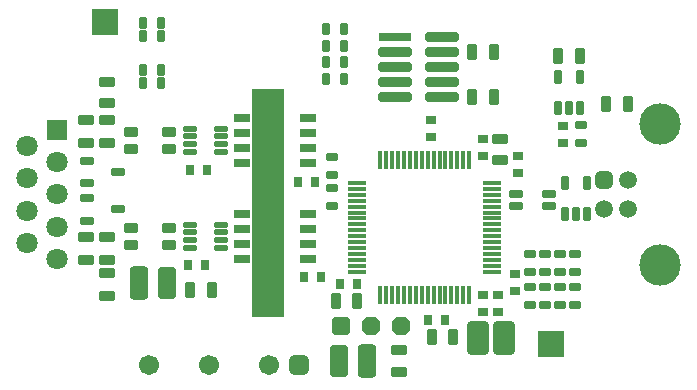
<source format=gts>
G04*
G04 #@! TF.GenerationSoftware,Altium Limited,Altium Designer,21.2.1 (34)*
G04*
G04 Layer_Color=8388736*
%FSLAX25Y25*%
%MOIN*%
G70*
G04*
G04 #@! TF.SameCoordinates,2566B91B-B0F8-45D7-AC81-F34421F4F9DA*
G04*
G04*
G04 #@! TF.FilePolarity,Negative*
G04*
G01*
G75*
%ADD32R,0.10500X0.76000*%
%ADD33R,0.08661X0.08661*%
%ADD34C,0.04337*%
G04:AMPARAMS|DCode=35|XSize=37.47mil|YSize=27.62mil|CornerRadius=4.36mil|HoleSize=0mil|Usage=FLASHONLY|Rotation=90.000|XOffset=0mil|YOffset=0mil|HoleType=Round|Shape=RoundedRectangle|*
%AMROUNDEDRECTD35*
21,1,0.03747,0.01890,0,0,90.0*
21,1,0.02874,0.02762,0,0,90.0*
1,1,0.00872,0.00945,0.01437*
1,1,0.00872,0.00945,-0.01437*
1,1,0.00872,-0.00945,-0.01437*
1,1,0.00872,-0.00945,0.01437*
%
%ADD35ROUNDEDRECTD35*%
G04:AMPARAMS|DCode=36|XSize=35.5mil|YSize=29.59mil|CornerRadius=8.4mil|HoleSize=0mil|Usage=FLASHONLY|Rotation=180.000|XOffset=0mil|YOffset=0mil|HoleType=Round|Shape=RoundedRectangle|*
%AMROUNDEDRECTD36*
21,1,0.03550,0.01280,0,0,180.0*
21,1,0.01870,0.02959,0,0,180.0*
1,1,0.01680,-0.00935,0.00640*
1,1,0.01680,0.00935,0.00640*
1,1,0.01680,0.00935,-0.00640*
1,1,0.01680,-0.00935,-0.00640*
%
%ADD36ROUNDEDRECTD36*%
G04:AMPARAMS|DCode=37|XSize=37.47mil|YSize=27.62mil|CornerRadius=4.36mil|HoleSize=0mil|Usage=FLASHONLY|Rotation=0.000|XOffset=0mil|YOffset=0mil|HoleType=Round|Shape=RoundedRectangle|*
%AMROUNDEDRECTD37*
21,1,0.03747,0.01890,0,0,0.0*
21,1,0.02874,0.02762,0,0,0.0*
1,1,0.00872,0.01437,-0.00945*
1,1,0.00872,-0.01437,-0.00945*
1,1,0.00872,-0.01437,0.00945*
1,1,0.00872,0.01437,0.00945*
%
%ADD37ROUNDEDRECTD37*%
G04:AMPARAMS|DCode=38|XSize=35.5mil|YSize=29.59mil|CornerRadius=8.4mil|HoleSize=0mil|Usage=FLASHONLY|Rotation=90.000|XOffset=0mil|YOffset=0mil|HoleType=Round|Shape=RoundedRectangle|*
%AMROUNDEDRECTD38*
21,1,0.03550,0.01280,0,0,90.0*
21,1,0.01870,0.02959,0,0,90.0*
1,1,0.01680,0.00640,0.00935*
1,1,0.01680,0.00640,-0.00935*
1,1,0.01680,-0.00640,-0.00935*
1,1,0.01680,-0.00640,0.00935*
%
%ADD38ROUNDEDRECTD38*%
G04:AMPARAMS|DCode=39|XSize=53.21mil|YSize=31.56mil|CornerRadius=4.76mil|HoleSize=0mil|Usage=FLASHONLY|Rotation=270.000|XOffset=0mil|YOffset=0mil|HoleType=Round|Shape=RoundedRectangle|*
%AMROUNDEDRECTD39*
21,1,0.05321,0.02205,0,0,270.0*
21,1,0.04370,0.03156,0,0,270.0*
1,1,0.00951,-0.01102,-0.02185*
1,1,0.00951,-0.01102,0.02185*
1,1,0.00951,0.01102,0.02185*
1,1,0.00951,0.01102,-0.02185*
%
%ADD39ROUNDEDRECTD39*%
G04:AMPARAMS|DCode=40|XSize=15.81mil|YSize=63.06mil|CornerRadius=4.95mil|HoleSize=0mil|Usage=FLASHONLY|Rotation=0.000|XOffset=0mil|YOffset=0mil|HoleType=Round|Shape=RoundedRectangle|*
%AMROUNDEDRECTD40*
21,1,0.01581,0.05315,0,0,0.0*
21,1,0.00591,0.06306,0,0,0.0*
1,1,0.00991,0.00295,-0.02657*
1,1,0.00991,-0.00295,-0.02657*
1,1,0.00991,-0.00295,0.02657*
1,1,0.00991,0.00295,0.02657*
%
%ADD40ROUNDEDRECTD40*%
G04:AMPARAMS|DCode=41|XSize=110.3mil|YSize=70.93mil|CornerRadius=8.69mil|HoleSize=0mil|Usage=FLASHONLY|Rotation=270.000|XOffset=0mil|YOffset=0mil|HoleType=Round|Shape=RoundedRectangle|*
%AMROUNDEDRECTD41*
21,1,0.11030,0.05354,0,0,270.0*
21,1,0.09291,0.07093,0,0,270.0*
1,1,0.01739,-0.02677,-0.04646*
1,1,0.01739,-0.02677,0.04646*
1,1,0.01739,0.02677,0.04646*
1,1,0.01739,0.02677,-0.04646*
%
%ADD41ROUNDEDRECTD41*%
G04:AMPARAMS|DCode=42|XSize=47.31mil|YSize=35.5mil|CornerRadius=6.72mil|HoleSize=0mil|Usage=FLASHONLY|Rotation=0.000|XOffset=0mil|YOffset=0mil|HoleType=Round|Shape=RoundedRectangle|*
%AMROUNDEDRECTD42*
21,1,0.04731,0.02205,0,0,0.0*
21,1,0.03386,0.03550,0,0,0.0*
1,1,0.01345,0.01693,-0.01102*
1,1,0.01345,-0.01693,-0.01102*
1,1,0.01345,-0.01693,0.01102*
1,1,0.01345,0.01693,0.01102*
%
%ADD42ROUNDEDRECTD42*%
G04:AMPARAMS|DCode=43|XSize=27.62mil|YSize=47.31mil|CornerRadius=4.36mil|HoleSize=0mil|Usage=FLASHONLY|Rotation=180.000|XOffset=0mil|YOffset=0mil|HoleType=Round|Shape=RoundedRectangle|*
%AMROUNDEDRECTD43*
21,1,0.02762,0.03858,0,0,180.0*
21,1,0.01890,0.04731,0,0,180.0*
1,1,0.00872,-0.00945,0.01929*
1,1,0.00872,0.00945,0.01929*
1,1,0.00872,0.00945,-0.01929*
1,1,0.00872,-0.00945,-0.01929*
%
%ADD43ROUNDEDRECTD43*%
G04:AMPARAMS|DCode=44|XSize=47.31mil|YSize=27.62mil|CornerRadius=5.54mil|HoleSize=0mil|Usage=FLASHONLY|Rotation=180.000|XOffset=0mil|YOffset=0mil|HoleType=Round|Shape=RoundedRectangle|*
%AMROUNDEDRECTD44*
21,1,0.04731,0.01654,0,0,180.0*
21,1,0.03622,0.02762,0,0,180.0*
1,1,0.01109,-0.01811,0.00827*
1,1,0.01109,0.01811,0.00827*
1,1,0.01109,0.01811,-0.00827*
1,1,0.01109,-0.01811,-0.00827*
%
%ADD44ROUNDEDRECTD44*%
G04:AMPARAMS|DCode=45|XSize=53.21mil|YSize=31.56mil|CornerRadius=4.76mil|HoleSize=0mil|Usage=FLASHONLY|Rotation=180.000|XOffset=0mil|YOffset=0mil|HoleType=Round|Shape=RoundedRectangle|*
%AMROUNDEDRECTD45*
21,1,0.05321,0.02205,0,0,180.0*
21,1,0.04370,0.03156,0,0,180.0*
1,1,0.00951,-0.02185,0.01102*
1,1,0.00951,0.02185,0.01102*
1,1,0.00951,0.02185,-0.01102*
1,1,0.00951,-0.02185,-0.01102*
%
%ADD45ROUNDEDRECTD45*%
G04:AMPARAMS|DCode=46|XSize=21.32mil|YSize=43.37mil|CornerRadius=4.6mil|HoleSize=0mil|Usage=FLASHONLY|Rotation=270.000|XOffset=0mil|YOffset=0mil|HoleType=Round|Shape=RoundedRectangle|*
%AMROUNDEDRECTD46*
21,1,0.02132,0.03417,0,0,270.0*
21,1,0.01213,0.04337,0,0,270.0*
1,1,0.00920,-0.01709,-0.00606*
1,1,0.00920,-0.01709,0.00606*
1,1,0.00920,0.01709,0.00606*
1,1,0.00920,0.01709,-0.00606*
%
%ADD46ROUNDEDRECTD46*%
G04:AMPARAMS|DCode=47|XSize=27.62mil|YSize=55.18mil|CornerRadius=4.36mil|HoleSize=0mil|Usage=FLASHONLY|Rotation=270.000|XOffset=0mil|YOffset=0mil|HoleType=Round|Shape=RoundedRectangle|*
%AMROUNDEDRECTD47*
21,1,0.02762,0.04646,0,0,270.0*
21,1,0.01890,0.05518,0,0,270.0*
1,1,0.00872,-0.02323,-0.00945*
1,1,0.00872,-0.02323,0.00945*
1,1,0.00872,0.02323,0.00945*
1,1,0.00872,0.02323,-0.00945*
%
%ADD47ROUNDEDRECTD47*%
G04:AMPARAMS|DCode=48|XSize=27.62mil|YSize=47.31mil|CornerRadius=4.36mil|HoleSize=0mil|Usage=FLASHONLY|Rotation=90.000|XOffset=0mil|YOffset=0mil|HoleType=Round|Shape=RoundedRectangle|*
%AMROUNDEDRECTD48*
21,1,0.02762,0.03858,0,0,90.0*
21,1,0.01890,0.04731,0,0,90.0*
1,1,0.00872,0.01929,0.00945*
1,1,0.00872,0.01929,-0.00945*
1,1,0.00872,-0.01929,-0.00945*
1,1,0.00872,-0.01929,0.00945*
%
%ADD48ROUNDEDRECTD48*%
G04:AMPARAMS|DCode=49|XSize=63.12mil|YSize=110.36mil|CornerRadius=12.27mil|HoleSize=0mil|Usage=FLASHONLY|Rotation=180.000|XOffset=0mil|YOffset=0mil|HoleType=Round|Shape=RoundedRectangle|*
%AMROUNDEDRECTD49*
21,1,0.06312,0.08583,0,0,180.0*
21,1,0.03858,0.11036,0,0,180.0*
1,1,0.02454,-0.01929,0.04291*
1,1,0.02454,0.01929,0.04291*
1,1,0.02454,0.01929,-0.04291*
1,1,0.02454,-0.01929,-0.04291*
%
%ADD49ROUNDEDRECTD49*%
G04:AMPARAMS|DCode=50|XSize=59.12mil|YSize=106.36mil|CornerRadius=10.27mil|HoleSize=0mil|Usage=FLASHONLY|Rotation=180.000|XOffset=0mil|YOffset=0mil|HoleType=Round|Shape=RoundedRectangle|*
%AMROUNDEDRECTD50*
21,1,0.05912,0.08583,0,0,180.0*
21,1,0.03858,0.10636,0,0,180.0*
1,1,0.02054,-0.01929,0.04291*
1,1,0.02054,0.01929,0.04291*
1,1,0.02054,0.01929,-0.04291*
1,1,0.02054,-0.01929,-0.04291*
%
%ADD50ROUNDEDRECTD50*%
%ADD51R,0.11030X0.03156*%
G04:AMPARAMS|DCode=52|XSize=31.56mil|YSize=110.3mil|CornerRadius=6.13mil|HoleSize=0mil|Usage=FLASHONLY|Rotation=270.000|XOffset=0mil|YOffset=0mil|HoleType=Round|Shape=RoundedRectangle|*
%AMROUNDEDRECTD52*
21,1,0.03156,0.09803,0,0,270.0*
21,1,0.01929,0.11030,0,0,270.0*
1,1,0.01227,-0.04902,-0.00965*
1,1,0.01227,-0.04902,0.00965*
1,1,0.01227,0.04902,0.00965*
1,1,0.01227,0.04902,-0.00965*
%
%ADD52ROUNDEDRECTD52*%
G04:AMPARAMS|DCode=53|XSize=53.21mil|YSize=35.5mil|CornerRadius=5.15mil|HoleSize=0mil|Usage=FLASHONLY|Rotation=0.000|XOffset=0mil|YOffset=0mil|HoleType=Round|Shape=RoundedRectangle|*
%AMROUNDEDRECTD53*
21,1,0.05321,0.02520,0,0,0.0*
21,1,0.04291,0.03550,0,0,0.0*
1,1,0.01030,0.02146,-0.01260*
1,1,0.01030,-0.02146,-0.01260*
1,1,0.01030,-0.02146,0.01260*
1,1,0.01030,0.02146,0.01260*
%
%ADD53ROUNDEDRECTD53*%
G04:AMPARAMS|DCode=54|XSize=53.21mil|YSize=35.5mil|CornerRadius=5.15mil|HoleSize=0mil|Usage=FLASHONLY|Rotation=90.000|XOffset=0mil|YOffset=0mil|HoleType=Round|Shape=RoundedRectangle|*
%AMROUNDEDRECTD54*
21,1,0.05321,0.02520,0,0,90.0*
21,1,0.04291,0.03550,0,0,90.0*
1,1,0.01030,0.01260,0.02146*
1,1,0.01030,0.01260,-0.02146*
1,1,0.01030,-0.01260,-0.02146*
1,1,0.01030,-0.01260,0.02146*
%
%ADD54ROUNDEDRECTD54*%
G04:AMPARAMS|DCode=55|XSize=15.81mil|YSize=63.06mil|CornerRadius=4.95mil|HoleSize=0mil|Usage=FLASHONLY|Rotation=90.000|XOffset=0mil|YOffset=0mil|HoleType=Round|Shape=RoundedRectangle|*
%AMROUNDEDRECTD55*
21,1,0.01581,0.05315,0,0,90.0*
21,1,0.00591,0.06306,0,0,90.0*
1,1,0.00991,0.02657,0.00295*
1,1,0.00991,0.02657,-0.00295*
1,1,0.00991,-0.02657,-0.00295*
1,1,0.00991,-0.02657,0.00295*
%
%ADD55ROUNDEDRECTD55*%
G04:AMPARAMS|DCode=56|XSize=63.06mil|YSize=63.06mil|CornerRadius=16.76mil|HoleSize=0mil|Usage=FLASHONLY|Rotation=0.000|XOffset=0mil|YOffset=0mil|HoleType=Round|Shape=RoundedRectangle|*
%AMROUNDEDRECTD56*
21,1,0.06306,0.02953,0,0,0.0*
21,1,0.02953,0.06306,0,0,0.0*
1,1,0.03353,0.01476,-0.01476*
1,1,0.03353,-0.01476,-0.01476*
1,1,0.03353,-0.01476,0.01476*
1,1,0.03353,0.01476,0.01476*
%
%ADD56ROUNDEDRECTD56*%
%ADD57P,0.06825X8X22.5*%
%ADD58C,0.13786*%
%ADD59C,0.05912*%
G04:AMPARAMS|DCode=60|XSize=59.12mil|YSize=59.12mil|CornerRadius=15.78mil|HoleSize=0mil|Usage=FLASHONLY|Rotation=90.000|XOffset=0mil|YOffset=0mil|HoleType=Round|Shape=RoundedRectangle|*
%AMROUNDEDRECTD60*
21,1,0.05912,0.02756,0,0,90.0*
21,1,0.02756,0.05912,0,0,90.0*
1,1,0.03156,0.01378,0.01378*
1,1,0.03156,0.01378,-0.01378*
1,1,0.03156,-0.01378,-0.01378*
1,1,0.03156,-0.01378,0.01378*
%
%ADD60ROUNDEDRECTD60*%
%ADD61R,0.07093X0.07093*%
%ADD62C,0.07093*%
%ADD63C,0.00400*%
%ADD64C,0.06699*%
G04:AMPARAMS|DCode=65|XSize=66.99mil|YSize=66.99mil|CornerRadius=17.75mil|HoleSize=0mil|Usage=FLASHONLY|Rotation=0.000|XOffset=0mil|YOffset=0mil|HoleType=Round|Shape=RoundedRectangle|*
%AMROUNDEDRECTD65*
21,1,0.06699,0.03150,0,0,0.0*
21,1,0.03150,0.06699,0,0,0.0*
1,1,0.03550,0.01575,-0.01575*
1,1,0.03550,-0.01575,-0.01575*
1,1,0.03550,-0.01575,0.01575*
1,1,0.03550,0.01575,0.01575*
%
%ADD65ROUNDEDRECTD65*%
D32*
X97750Y62000D02*
D03*
D33*
X43500Y122500D02*
D03*
X192000Y15000D02*
D03*
D34*
X43500Y122500D02*
D03*
X192000Y15000D02*
D03*
D35*
X62008Y101969D02*
D03*
X56102D02*
D03*
X62008Y106299D02*
D03*
X56102D02*
D03*
X62008Y117717D02*
D03*
X56102D02*
D03*
X62008Y122047D02*
D03*
X56102D02*
D03*
X122953Y103500D02*
D03*
X117047D02*
D03*
X122953Y109000D02*
D03*
X117047D02*
D03*
X122953Y114500D02*
D03*
X117047D02*
D03*
X122953Y120000D02*
D03*
X117047D02*
D03*
D36*
X174500Y31354D02*
D03*
Y25646D02*
D03*
X169500Y31354D02*
D03*
Y25646D02*
D03*
X196000Y87854D02*
D03*
Y82146D02*
D03*
X181000Y72146D02*
D03*
Y77854D02*
D03*
X180000Y38354D02*
D03*
Y32646D02*
D03*
X169500Y83354D02*
D03*
Y77646D02*
D03*
X152000Y84146D02*
D03*
Y89854D02*
D03*
D37*
X119000Y71547D02*
D03*
Y77453D02*
D03*
Y61047D02*
D03*
Y66953D02*
D03*
X200000Y44953D02*
D03*
Y39047D02*
D03*
X195000Y44953D02*
D03*
Y39047D02*
D03*
X190000Y44953D02*
D03*
Y39047D02*
D03*
X185000Y44953D02*
D03*
Y39047D02*
D03*
X200000Y33953D02*
D03*
Y28047D02*
D03*
X195000Y33953D02*
D03*
Y28047D02*
D03*
X190000Y33953D02*
D03*
Y28047D02*
D03*
X185000Y33953D02*
D03*
Y28047D02*
D03*
X202000Y87953D02*
D03*
Y82047D02*
D03*
D38*
X76854Y41500D02*
D03*
X71146D02*
D03*
X109646Y37500D02*
D03*
X115354D02*
D03*
X77354Y73000D02*
D03*
X71646D02*
D03*
X107646Y69000D02*
D03*
X113354D02*
D03*
X151146Y23000D02*
D03*
X156854D02*
D03*
X127354Y35000D02*
D03*
X121646D02*
D03*
D39*
X194260Y111000D02*
D03*
X201740D02*
D03*
X71760Y33000D02*
D03*
X79240D02*
D03*
X165760Y97500D02*
D03*
X173240D02*
D03*
X165760Y112500D02*
D03*
X173240D02*
D03*
X217740Y95000D02*
D03*
X210260D02*
D03*
D40*
X162795Y31559D02*
D03*
X164764D02*
D03*
X141142D02*
D03*
X135236D02*
D03*
X137205D02*
D03*
X139173D02*
D03*
X147047D02*
D03*
X143110D02*
D03*
X145079D02*
D03*
X149016D02*
D03*
X150984D02*
D03*
X152953D02*
D03*
X154921D02*
D03*
X156890D02*
D03*
X158858D02*
D03*
X160827D02*
D03*
X164764Y76441D02*
D03*
X162795D02*
D03*
X160827D02*
D03*
X158858D02*
D03*
X156890D02*
D03*
X154921D02*
D03*
X152953D02*
D03*
X150984D02*
D03*
X149016D02*
D03*
X147047D02*
D03*
X145079D02*
D03*
X143110D02*
D03*
X141142D02*
D03*
X139173D02*
D03*
X137205D02*
D03*
X135236D02*
D03*
D41*
X167669Y17000D02*
D03*
X176331D02*
D03*
D42*
X52201Y53756D02*
D03*
X64799D02*
D03*
Y48244D02*
D03*
X52201D02*
D03*
Y85756D02*
D03*
X64799D02*
D03*
Y80244D02*
D03*
X52201D02*
D03*
D43*
X196760Y68618D02*
D03*
X204240D02*
D03*
Y58382D02*
D03*
X200500D02*
D03*
X196760D02*
D03*
X194260Y93882D02*
D03*
X198000D02*
D03*
X201740D02*
D03*
Y104118D02*
D03*
X194260D02*
D03*
D44*
X180488Y64969D02*
D03*
X191512D02*
D03*
Y61032D02*
D03*
X180488D02*
D03*
D45*
X37000Y43260D02*
D03*
Y50740D02*
D03*
X44000Y43260D02*
D03*
Y50740D02*
D03*
Y38740D02*
D03*
Y31260D02*
D03*
X37000Y89740D02*
D03*
Y82260D02*
D03*
X44000Y89740D02*
D03*
Y82260D02*
D03*
X141500Y5760D02*
D03*
Y13240D02*
D03*
D46*
X82118Y79161D02*
D03*
Y81721D02*
D03*
Y84280D02*
D03*
X71882D02*
D03*
Y81721D02*
D03*
Y79161D02*
D03*
X82118Y86839D02*
D03*
X71882D02*
D03*
Y54839D02*
D03*
X82118D02*
D03*
X71882Y47161D02*
D03*
Y49720D02*
D03*
Y52280D02*
D03*
X82118D02*
D03*
Y49720D02*
D03*
Y47161D02*
D03*
D47*
X111024Y75500D02*
D03*
Y80500D02*
D03*
Y85500D02*
D03*
Y90500D02*
D03*
X88976Y75500D02*
D03*
Y80500D02*
D03*
Y85500D02*
D03*
Y90500D02*
D03*
X111024Y43500D02*
D03*
Y48500D02*
D03*
Y53500D02*
D03*
Y58500D02*
D03*
X88976Y43500D02*
D03*
Y48500D02*
D03*
Y53500D02*
D03*
Y58500D02*
D03*
D48*
X37382Y76240D02*
D03*
Y68760D02*
D03*
X47618Y72500D02*
D03*
X37382Y63740D02*
D03*
Y56260D02*
D03*
X47618Y60000D02*
D03*
D49*
X130724Y9500D02*
D03*
X54776Y35500D02*
D03*
D50*
X121276Y9500D02*
D03*
X64224Y35500D02*
D03*
D51*
X140126Y117460D02*
D03*
D52*
X155874D02*
D03*
X140126Y112460D02*
D03*
X155874D02*
D03*
X140126Y107460D02*
D03*
Y102460D02*
D03*
Y97460D02*
D03*
X155874Y107460D02*
D03*
Y102460D02*
D03*
Y97460D02*
D03*
D53*
X44000Y102543D02*
D03*
Y95457D02*
D03*
X175000Y76457D02*
D03*
Y83543D02*
D03*
D54*
X120457Y29500D02*
D03*
X127543D02*
D03*
X159543Y17500D02*
D03*
X152457D02*
D03*
D55*
X172441Y58921D02*
D03*
Y60890D02*
D03*
Y62858D02*
D03*
Y64827D02*
D03*
X127559Y68764D02*
D03*
Y66795D02*
D03*
Y64827D02*
D03*
Y62858D02*
D03*
Y60890D02*
D03*
Y58921D02*
D03*
Y56953D02*
D03*
Y54984D02*
D03*
Y53016D02*
D03*
Y51047D02*
D03*
Y49079D02*
D03*
Y47110D02*
D03*
Y45142D02*
D03*
Y43173D02*
D03*
Y41205D02*
D03*
Y39236D02*
D03*
X172441D02*
D03*
Y41205D02*
D03*
Y43173D02*
D03*
Y45142D02*
D03*
Y47110D02*
D03*
Y49079D02*
D03*
Y51047D02*
D03*
Y53016D02*
D03*
Y54984D02*
D03*
Y56953D02*
D03*
Y66795D02*
D03*
Y68764D02*
D03*
D56*
X122000Y21000D02*
D03*
D57*
X132000D02*
D03*
X142000D02*
D03*
D58*
X228346Y41339D02*
D03*
Y88583D02*
D03*
D59*
X217717Y60039D02*
D03*
Y69882D02*
D03*
X209842Y60039D02*
D03*
D60*
Y69882D02*
D03*
D61*
X27500Y86535D02*
D03*
D62*
Y75748D02*
D03*
Y64961D02*
D03*
Y54173D02*
D03*
Y43386D02*
D03*
X17500Y81142D02*
D03*
Y70354D02*
D03*
Y59567D02*
D03*
Y48779D02*
D03*
D63*
X22500Y114173D02*
D03*
Y15748D02*
D03*
X224410D02*
D03*
Y114173D02*
D03*
D64*
X78000Y8000D02*
D03*
X58000D02*
D03*
X98000D02*
D03*
D65*
X108000Y8000D02*
D03*
M02*

</source>
